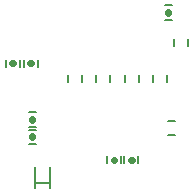
<source format=gbo>
G75*
%MOIN*%
%OFA0B0*%
%FSLAX25Y25*%
%IPPOS*%
%LPD*%
%AMOC8*
5,1,8,0,0,1.08239X$1,22.5*
%
%ADD10C,0.00600*%
%ADD11C,0.02200*%
%ADD12C,0.00800*%
D10*
X0020476Y0042271D02*
X0022839Y0042271D01*
X0022839Y0046996D02*
X0020476Y0046996D01*
X0020476Y0048021D02*
X0022839Y0048021D01*
X0022839Y0052746D02*
X0020476Y0052746D01*
X0033445Y0062852D02*
X0033445Y0065214D01*
X0038170Y0065214D02*
X0038170Y0062852D01*
X0042945Y0062852D02*
X0042945Y0065214D01*
X0047670Y0065214D02*
X0047670Y0062852D01*
X0052445Y0062852D02*
X0052445Y0065214D01*
X0057170Y0065214D02*
X0057170Y0062852D01*
X0061945Y0062852D02*
X0061945Y0065214D01*
X0066670Y0065214D02*
X0066670Y0062852D01*
X0068995Y0074902D02*
X0068995Y0077264D01*
X0073720Y0077264D02*
X0073720Y0074902D01*
X0068239Y0083671D02*
X0065876Y0083671D01*
X0065876Y0088396D02*
X0068239Y0088396D01*
X0069289Y0049946D02*
X0066926Y0049946D01*
X0066926Y0045221D02*
X0069289Y0045221D01*
X0057020Y0038214D02*
X0057020Y0035852D01*
X0052295Y0035852D02*
X0052295Y0038214D01*
X0051270Y0038214D02*
X0051270Y0035852D01*
X0046545Y0035852D02*
X0046545Y0038214D01*
X0023470Y0067902D02*
X0023470Y0070264D01*
X0018745Y0070264D02*
X0018745Y0067902D01*
X0017470Y0067902D02*
X0017470Y0070264D01*
X0012745Y0070264D02*
X0012745Y0067902D01*
D11*
X0014987Y0069083D02*
X0015228Y0069083D01*
X0020987Y0069083D02*
X0021228Y0069083D01*
X0021657Y0050503D02*
X0021657Y0050263D01*
X0021657Y0044753D02*
X0021657Y0044513D01*
X0048787Y0037033D02*
X0049028Y0037033D01*
X0054537Y0037033D02*
X0054778Y0037033D01*
X0067057Y0085913D02*
X0067057Y0086153D01*
D12*
X0022598Y0029065D02*
X0022598Y0027490D01*
X0022598Y0029065D02*
X0027717Y0029065D01*
X0027717Y0034577D01*
X0022598Y0034577D02*
X0022598Y0029065D01*
X0027717Y0029065D02*
X0027717Y0027490D01*
M02*

</source>
